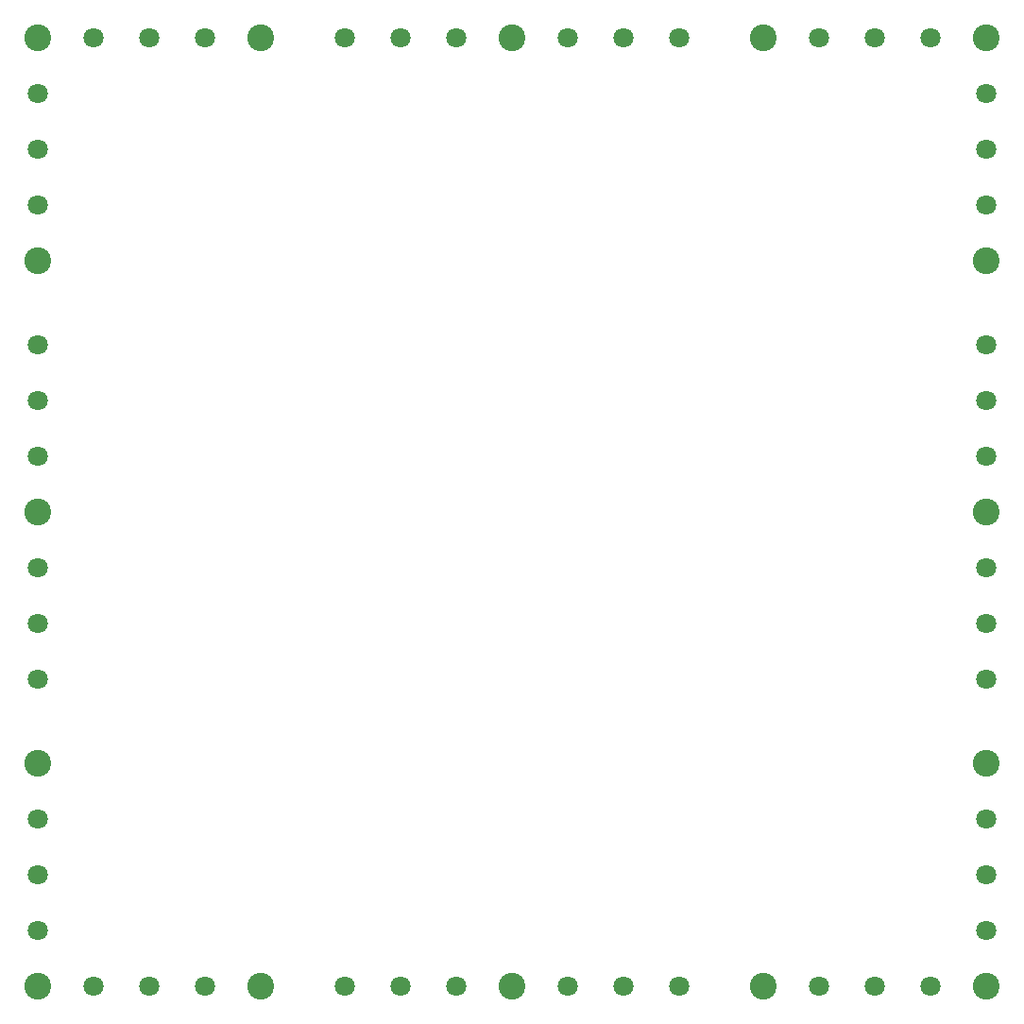
<source format=gbs>
G75*
G70*
%OFA0B0*%
%FSLAX24Y24*%
%IPPOS*%
%LPD*%
%AMOC8*
5,1,8,0,0,1.08239X$1,22.5*
%
%ADD10C,0.0946*%
%ADD11C,0.0710*%
D10*
X001164Y001164D03*
X001164Y009038D03*
X009038Y001164D03*
X017897Y001164D03*
X026755Y001164D03*
X034629Y001164D03*
X034629Y009038D03*
X034629Y017897D03*
X034629Y026755D03*
X034629Y034629D03*
X026755Y034629D03*
X017897Y034629D03*
X009038Y034629D03*
X001164Y034629D03*
X001164Y026755D03*
X001164Y017897D03*
D11*
X001164Y019865D03*
X001164Y021834D03*
X001164Y023802D03*
X001164Y028723D03*
X001164Y030692D03*
X001164Y032660D03*
X003133Y034629D03*
X005101Y034629D03*
X007070Y034629D03*
X011991Y034629D03*
X013960Y034629D03*
X015928Y034629D03*
X019865Y034629D03*
X021834Y034629D03*
X023802Y034629D03*
X028723Y034629D03*
X030692Y034629D03*
X032660Y034629D03*
X034629Y032660D03*
X034629Y030692D03*
X034629Y028723D03*
X034629Y023802D03*
X034629Y021834D03*
X034629Y019865D03*
X034629Y015928D03*
X034629Y013960D03*
X034629Y011991D03*
X034629Y007070D03*
X034629Y005101D03*
X034629Y003133D03*
X032660Y001164D03*
X030692Y001164D03*
X028723Y001164D03*
X023802Y001164D03*
X021834Y001164D03*
X019865Y001164D03*
X015928Y001164D03*
X013960Y001164D03*
X011991Y001164D03*
X007070Y001164D03*
X005101Y001164D03*
X003133Y001164D03*
X001164Y003133D03*
X001164Y005101D03*
X001164Y007070D03*
X001164Y011991D03*
X001164Y013960D03*
X001164Y015928D03*
M02*

</source>
